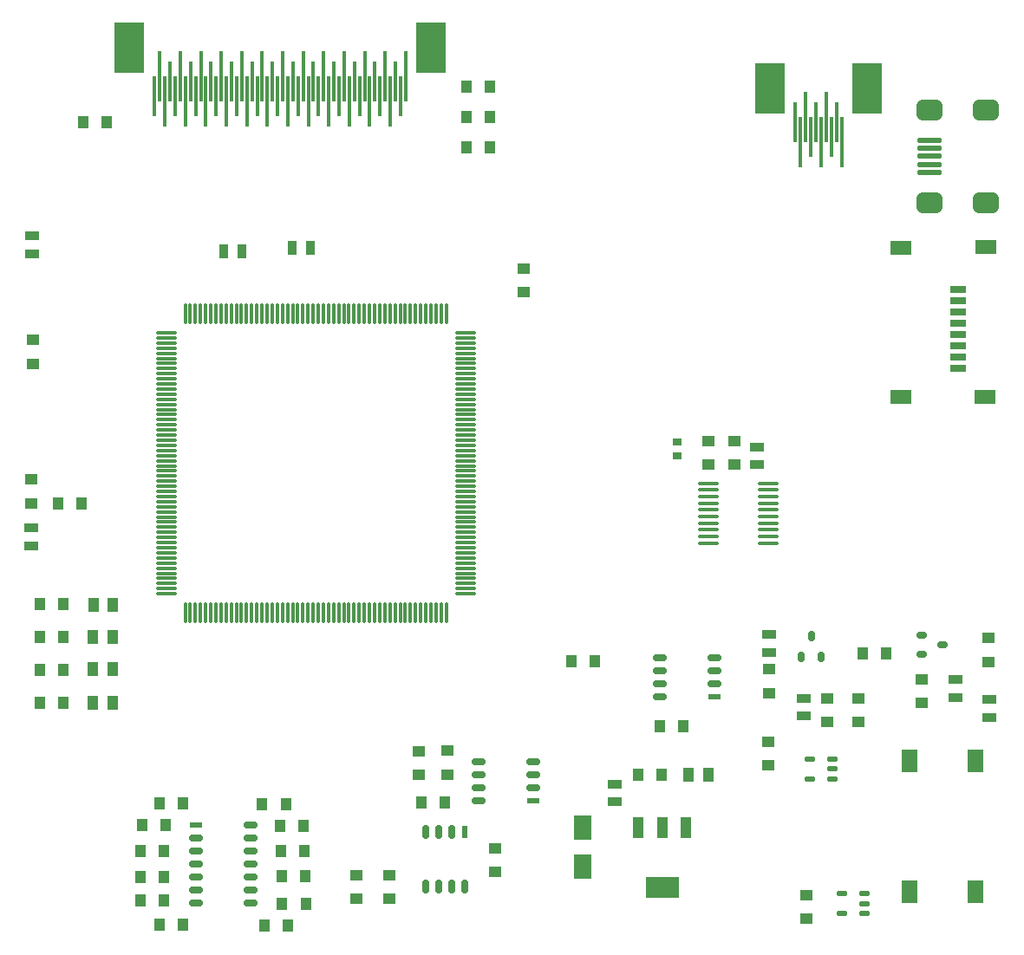
<source format=gtp>
G04 Layer_Color=8421504*
%FSLAX43Y43*%
%MOMM*%
G71*
G01*
G75*
%ADD10R,1.000X1.300*%
G04:AMPARAMS|DCode=11|XSize=1.321mm|YSize=0.61mm|CornerRadius=0.152mm|HoleSize=0mm|Usage=FLASHONLY|Rotation=180.000|XOffset=0mm|YOffset=0mm|HoleType=Round|Shape=RoundedRectangle|*
%AMROUNDEDRECTD11*
21,1,1.321,0.305,0,0,180.0*
21,1,1.016,0.610,0,0,180.0*
1,1,0.305,-0.508,0.152*
1,1,0.305,0.508,0.152*
1,1,0.305,0.508,-0.152*
1,1,0.305,-0.508,-0.152*
%
%ADD11ROUNDEDRECTD11*%
%ADD12R,1.270X0.610*%
%ADD13R,1.000X1.400*%
%ADD14R,1.600X2.200*%
G04:AMPARAMS|DCode=15|XSize=0.55mm|YSize=1mm|CornerRadius=0.138mm|HoleSize=0mm|Usage=FLASHONLY|Rotation=90.000|XOffset=0mm|YOffset=0mm|HoleType=Round|Shape=RoundedRectangle|*
%AMROUNDEDRECTD15*
21,1,0.550,0.725,0,0,90.0*
21,1,0.275,1.000,0,0,90.0*
1,1,0.275,0.362,0.138*
1,1,0.275,0.362,-0.138*
1,1,0.275,-0.362,-0.138*
1,1,0.275,-0.362,0.138*
%
%ADD15ROUNDEDRECTD15*%
G04:AMPARAMS|DCode=16|XSize=0.65mm|YSize=1mm|CornerRadius=0.163mm|HoleSize=0mm|Usage=FLASHONLY|Rotation=270.000|XOffset=0mm|YOffset=0mm|HoleType=Round|Shape=RoundedRectangle|*
%AMROUNDEDRECTD16*
21,1,0.650,0.675,0,0,270.0*
21,1,0.325,1.000,0,0,270.0*
1,1,0.325,-0.338,-0.163*
1,1,0.325,-0.338,0.163*
1,1,0.325,0.338,0.163*
1,1,0.325,0.338,-0.163*
%
%ADD16ROUNDEDRECTD16*%
%ADD17O,2.100X0.300*%
%ADD18O,0.300X2.100*%
%ADD19R,0.300X5.000*%
%ADD20R,3.000X5.000*%
%ADD21R,0.300X4.000*%
%ADD22R,1.500X0.800*%
%ADD23R,2.000X1.450*%
%ADD24O,2.100X0.350*%
%ADD25R,3.250X2.150*%
%ADD26R,1.000X2.150*%
%ADD27R,1.750X2.400*%
%ADD28R,0.850X1.400*%
%ADD29R,1.400X0.850*%
%ADD30R,1.300X1.000*%
%ADD31R,0.900X0.800*%
G04:AMPARAMS|DCode=32|XSize=2mm|YSize=2.5mm|CornerRadius=0.5mm|HoleSize=0mm|Usage=FLASHONLY|Rotation=270.000|XOffset=0mm|YOffset=0mm|HoleType=Round|Shape=RoundedRectangle|*
%AMROUNDEDRECTD32*
21,1,2.000,1.500,0,0,270.0*
21,1,1.000,2.500,0,0,270.0*
1,1,1.000,-0.750,-0.500*
1,1,1.000,-0.750,0.500*
1,1,1.000,0.750,0.500*
1,1,1.000,0.750,-0.500*
%
%ADD32ROUNDEDRECTD32*%
G04:AMPARAMS|DCode=33|XSize=0.5mm|YSize=2.3mm|CornerRadius=0.125mm|HoleSize=0mm|Usage=FLASHONLY|Rotation=270.000|XOffset=0mm|YOffset=0mm|HoleType=Round|Shape=RoundedRectangle|*
%AMROUNDEDRECTD33*
21,1,0.500,2.050,0,0,270.0*
21,1,0.250,2.300,0,0,270.0*
1,1,0.250,-1.025,-0.125*
1,1,0.250,-1.025,0.125*
1,1,0.250,1.025,0.125*
1,1,0.250,1.025,-0.125*
%
%ADD33ROUNDEDRECTD33*%
G04:AMPARAMS|DCode=34|XSize=0.65mm|YSize=1mm|CornerRadius=0.163mm|HoleSize=0mm|Usage=FLASHONLY|Rotation=0.000|XOffset=0mm|YOffset=0mm|HoleType=Round|Shape=RoundedRectangle|*
%AMROUNDEDRECTD34*
21,1,0.650,0.675,0,0,0.0*
21,1,0.325,1.000,0,0,0.0*
1,1,0.325,0.163,-0.338*
1,1,0.325,-0.163,-0.338*
1,1,0.325,-0.163,0.338*
1,1,0.325,0.163,0.338*
%
%ADD34ROUNDEDRECTD34*%
G04:AMPARAMS|DCode=35|XSize=1.321mm|YSize=0.61mm|CornerRadius=0.152mm|HoleSize=0mm|Usage=FLASHONLY|Rotation=270.000|XOffset=0mm|YOffset=0mm|HoleType=Round|Shape=RoundedRectangle|*
%AMROUNDEDRECTD35*
21,1,1.321,0.305,0,0,270.0*
21,1,1.016,0.610,0,0,270.0*
1,1,0.305,-0.152,-0.508*
1,1,0.305,-0.152,0.508*
1,1,0.305,0.152,0.508*
1,1,0.305,0.152,-0.508*
%
%ADD35ROUNDEDRECTD35*%
%ADD36R,0.610X1.270*%
D10*
X64300Y95050D02*
D03*
X66600D02*
D03*
X64150Y92550D02*
D03*
X66450D02*
D03*
X64100Y87675D02*
D03*
X66400D02*
D03*
X64125Y89975D02*
D03*
X66425D02*
D03*
X80075Y94950D02*
D03*
X77775D02*
D03*
X76025Y97100D02*
D03*
X78325D02*
D03*
X80150Y92550D02*
D03*
X77850D02*
D03*
X115050Y100000D02*
D03*
X112750D02*
D03*
X108525Y111025D02*
D03*
X106225Y111025D02*
D03*
X117125Y104675D02*
D03*
X114825D02*
D03*
X77975Y87350D02*
D03*
X80275D02*
D03*
X56050Y126475D02*
D03*
X58350D02*
D03*
X136975Y111775D02*
D03*
X134675D02*
D03*
X54275Y116600D02*
D03*
X56575D02*
D03*
X54275Y113408D02*
D03*
X56575D02*
D03*
X54275Y110217D02*
D03*
X56575D02*
D03*
X54275Y107025D02*
D03*
X56575D02*
D03*
X78525Y85225D02*
D03*
X76225D02*
D03*
X68325Y97150D02*
D03*
X66025D02*
D03*
X66000Y85275D02*
D03*
X68300D02*
D03*
X77900Y90025D02*
D03*
X80200D02*
D03*
X91550Y97250D02*
D03*
X93850D02*
D03*
X95975Y167200D02*
D03*
X98275D02*
D03*
X95975Y164250D02*
D03*
X98275D02*
D03*
X95975Y161300D02*
D03*
X98275D02*
D03*
X60822Y163725D02*
D03*
X58522D02*
D03*
D11*
X69583Y90005D02*
D03*
X69583Y88735D02*
D03*
Y87465D02*
D03*
Y93815D02*
D03*
X69583Y92545D02*
D03*
X74917Y88735D02*
D03*
X74917Y90005D02*
D03*
X74917Y87465D02*
D03*
Y93815D02*
D03*
Y95085D02*
D03*
X74917Y92545D02*
D03*
X69583Y91275D02*
D03*
X74917D02*
D03*
X114858Y107545D02*
D03*
X114858Y108815D02*
D03*
Y111355D02*
D03*
X114858Y110085D02*
D03*
X120192Y108815D02*
D03*
Y111355D02*
D03*
X120192Y110085D02*
D03*
X102467Y99985D02*
D03*
Y101255D02*
D03*
Y98715D02*
D03*
X97133Y99985D02*
D03*
Y101255D02*
D03*
Y98715D02*
D03*
Y97445D02*
D03*
D12*
X69583Y95085D02*
D03*
X120192Y107545D02*
D03*
X102467Y97445D02*
D03*
D13*
X119550Y100000D02*
D03*
X117650D02*
D03*
X59525Y116575D02*
D03*
X61425D02*
D03*
X59500Y113400D02*
D03*
X61400D02*
D03*
X59500Y110250D02*
D03*
X61400D02*
D03*
X59500Y107000D02*
D03*
X61400D02*
D03*
D14*
X145650Y101348D02*
D03*
X139250D02*
D03*
X145650Y88550D02*
D03*
X139250D02*
D03*
D15*
X131675Y99575D02*
D03*
X131675Y100525D02*
D03*
X131675Y101475D02*
D03*
X129475D02*
D03*
Y99575D02*
D03*
X134825Y86425D02*
D03*
X134825Y87375D02*
D03*
X134825Y88325D02*
D03*
X132625D02*
D03*
Y86425D02*
D03*
D16*
X142425Y112650D02*
D03*
X140425Y111700D02*
D03*
Y113600D02*
D03*
D17*
X95847Y143143D02*
D03*
Y142643D02*
D03*
Y142143D02*
D03*
Y141643D02*
D03*
Y141143D02*
D03*
Y140643D02*
D03*
Y140143D02*
D03*
Y139643D02*
D03*
Y139143D02*
D03*
Y138643D02*
D03*
Y138143D02*
D03*
Y137643D02*
D03*
Y137143D02*
D03*
Y136643D02*
D03*
Y136143D02*
D03*
Y135643D02*
D03*
Y135143D02*
D03*
Y134643D02*
D03*
Y134143D02*
D03*
Y133643D02*
D03*
Y133143D02*
D03*
Y132643D02*
D03*
Y132143D02*
D03*
Y131643D02*
D03*
Y131143D02*
D03*
Y130643D02*
D03*
Y130143D02*
D03*
Y129643D02*
D03*
Y129143D02*
D03*
Y128643D02*
D03*
Y128143D02*
D03*
Y127643D02*
D03*
Y127143D02*
D03*
Y126643D02*
D03*
Y126143D02*
D03*
Y125643D02*
D03*
Y125143D02*
D03*
Y124643D02*
D03*
Y124143D02*
D03*
Y123643D02*
D03*
Y123143D02*
D03*
Y122643D02*
D03*
Y122143D02*
D03*
Y121643D02*
D03*
Y121143D02*
D03*
Y120643D02*
D03*
Y120143D02*
D03*
Y119643D02*
D03*
Y119143D02*
D03*
Y118643D02*
D03*
Y118143D02*
D03*
Y117643D02*
D03*
X66647D02*
D03*
Y118143D02*
D03*
Y118643D02*
D03*
Y119143D02*
D03*
Y119643D02*
D03*
Y120143D02*
D03*
Y120643D02*
D03*
Y121143D02*
D03*
Y121643D02*
D03*
Y122143D02*
D03*
Y122643D02*
D03*
Y123143D02*
D03*
Y123643D02*
D03*
Y124143D02*
D03*
Y124643D02*
D03*
Y125143D02*
D03*
Y125643D02*
D03*
Y126143D02*
D03*
Y126643D02*
D03*
Y127143D02*
D03*
Y127643D02*
D03*
Y128143D02*
D03*
Y128643D02*
D03*
Y129143D02*
D03*
Y129643D02*
D03*
Y130143D02*
D03*
Y130643D02*
D03*
Y131143D02*
D03*
Y131643D02*
D03*
Y132143D02*
D03*
Y132643D02*
D03*
Y133143D02*
D03*
Y133643D02*
D03*
Y134143D02*
D03*
Y134643D02*
D03*
Y135143D02*
D03*
Y135643D02*
D03*
Y136143D02*
D03*
Y136643D02*
D03*
Y137143D02*
D03*
Y137643D02*
D03*
Y138143D02*
D03*
Y138643D02*
D03*
Y139143D02*
D03*
Y139643D02*
D03*
Y140143D02*
D03*
Y140643D02*
D03*
Y141143D02*
D03*
Y141643D02*
D03*
Y142143D02*
D03*
Y142643D02*
D03*
Y143143D02*
D03*
D18*
X93997Y115793D02*
D03*
X93497D02*
D03*
X92997D02*
D03*
X92497D02*
D03*
X91997D02*
D03*
X91497D02*
D03*
X90997D02*
D03*
X90497D02*
D03*
X89997D02*
D03*
X89497D02*
D03*
X88997D02*
D03*
X88497D02*
D03*
X87997D02*
D03*
X87497D02*
D03*
X86997D02*
D03*
X86497D02*
D03*
X85997D02*
D03*
X85497D02*
D03*
X84997D02*
D03*
X84497D02*
D03*
X83997D02*
D03*
X83497D02*
D03*
X82997D02*
D03*
X82497D02*
D03*
X81997D02*
D03*
X81497D02*
D03*
X80997D02*
D03*
X80497D02*
D03*
X79997D02*
D03*
X79497D02*
D03*
X78997D02*
D03*
X78497D02*
D03*
X77997D02*
D03*
X77497D02*
D03*
X76997D02*
D03*
X76497D02*
D03*
X75997D02*
D03*
X75497D02*
D03*
X74997D02*
D03*
X74497D02*
D03*
X73997D02*
D03*
X73497D02*
D03*
X72997D02*
D03*
X72497D02*
D03*
X71997D02*
D03*
X71497D02*
D03*
X70997D02*
D03*
X70497D02*
D03*
X69997D02*
D03*
X69497D02*
D03*
X68997D02*
D03*
X68497D02*
D03*
Y144993D02*
D03*
X68997D02*
D03*
X69497D02*
D03*
X69997D02*
D03*
X70497D02*
D03*
X70997D02*
D03*
X71497D02*
D03*
X71997D02*
D03*
X72497D02*
D03*
X72997D02*
D03*
X73497D02*
D03*
X73997D02*
D03*
X74497D02*
D03*
X74997D02*
D03*
X75497D02*
D03*
X75997D02*
D03*
X76497D02*
D03*
X76997D02*
D03*
X77497D02*
D03*
X77997D02*
D03*
X78497D02*
D03*
X78997D02*
D03*
X79497D02*
D03*
X79997D02*
D03*
X80497D02*
D03*
X80997D02*
D03*
X81497D02*
D03*
X81997D02*
D03*
X82497D02*
D03*
X82997D02*
D03*
X83497D02*
D03*
X83997D02*
D03*
X84497D02*
D03*
X84997D02*
D03*
X85497D02*
D03*
X85997D02*
D03*
X86497D02*
D03*
X86997D02*
D03*
X87497D02*
D03*
X87997D02*
D03*
X88497D02*
D03*
X88997D02*
D03*
X89497D02*
D03*
X89997D02*
D03*
X90497D02*
D03*
X90997D02*
D03*
X91497D02*
D03*
X91997D02*
D03*
X92497D02*
D03*
X92997D02*
D03*
X93497D02*
D03*
X93997D02*
D03*
D19*
X128600Y161750D02*
D03*
X129100Y164250D02*
D03*
X130600Y161750D02*
D03*
X131100Y164250D02*
D03*
X132600Y161750D02*
D03*
X66025Y168225D02*
D03*
X68025D02*
D03*
X70025D02*
D03*
X72025D02*
D03*
X74025D02*
D03*
X76025D02*
D03*
X78025D02*
D03*
X80025D02*
D03*
X82025D02*
D03*
X84025D02*
D03*
X86025D02*
D03*
X88025D02*
D03*
X90025D02*
D03*
X66525Y165725D02*
D03*
X68525D02*
D03*
X70525D02*
D03*
X72525D02*
D03*
X74525D02*
D03*
X76525D02*
D03*
X78525D02*
D03*
X80525D02*
D03*
X82525D02*
D03*
X84525D02*
D03*
X86525D02*
D03*
X88525D02*
D03*
D20*
X125600Y167000D02*
D03*
X135100D02*
D03*
X92525Y170975D02*
D03*
X63025D02*
D03*
D21*
X128100Y163750D02*
D03*
X129600Y162250D02*
D03*
X130100Y163750D02*
D03*
X131600Y162250D02*
D03*
X132100Y163750D02*
D03*
X65525Y166225D02*
D03*
X67025Y167725D02*
D03*
X67525Y166225D02*
D03*
X69525D02*
D03*
X71525D02*
D03*
X71025Y167725D02*
D03*
X69025D02*
D03*
X73025D02*
D03*
X73525Y166225D02*
D03*
X75025Y167725D02*
D03*
X75525Y166225D02*
D03*
X77025Y167725D02*
D03*
X77525Y166225D02*
D03*
X79025Y167725D02*
D03*
X79525Y166225D02*
D03*
X81025Y167725D02*
D03*
X81525Y166225D02*
D03*
X83025Y167725D02*
D03*
X83525Y166225D02*
D03*
X85025Y167725D02*
D03*
X85525Y166225D02*
D03*
X87025Y167725D02*
D03*
X87525Y166225D02*
D03*
X89025Y167725D02*
D03*
X89525Y166225D02*
D03*
D22*
X144000Y139700D02*
D03*
Y140800D02*
D03*
Y141900D02*
D03*
Y143000D02*
D03*
Y144100D02*
D03*
Y145200D02*
D03*
Y146300D02*
D03*
Y147400D02*
D03*
D23*
X146600Y136900D02*
D03*
X146700Y151500D02*
D03*
X138400Y151400D02*
D03*
Y136900D02*
D03*
D24*
X119625Y128450D02*
D03*
Y127800D02*
D03*
Y127150D02*
D03*
Y126500D02*
D03*
Y125850D02*
D03*
Y125200D02*
D03*
Y124550D02*
D03*
Y123900D02*
D03*
Y123250D02*
D03*
Y122600D02*
D03*
X125425Y128450D02*
D03*
Y127800D02*
D03*
Y127150D02*
D03*
Y126500D02*
D03*
Y125850D02*
D03*
Y125200D02*
D03*
Y124550D02*
D03*
Y123900D02*
D03*
Y123250D02*
D03*
Y122600D02*
D03*
D25*
X115075Y88950D02*
D03*
D26*
X112775Y94800D02*
D03*
X115075Y94800D02*
D03*
X117375Y94800D02*
D03*
D27*
X107275Y94775D02*
D03*
Y90975D02*
D03*
D28*
X80700Y151400D02*
D03*
X78950D02*
D03*
X74025Y151125D02*
D03*
X72275D02*
D03*
D29*
X53500Y124075D02*
D03*
X53500Y122325D02*
D03*
X53575Y152600D02*
D03*
X53575Y150850D02*
D03*
X124375Y130250D02*
D03*
Y132000D02*
D03*
X110475Y97300D02*
D03*
Y99050D02*
D03*
X143725Y109250D02*
D03*
Y107500D02*
D03*
X128900Y107450D02*
D03*
Y105700D02*
D03*
X147025Y107300D02*
D03*
Y105550D02*
D03*
X125525Y111925D02*
D03*
Y113675D02*
D03*
D30*
X53500Y128803D02*
D03*
X53500Y126503D02*
D03*
X53600Y142425D02*
D03*
Y140125D02*
D03*
X119600Y132550D02*
D03*
Y130250D02*
D03*
X122125Y132550D02*
D03*
Y130250D02*
D03*
X134225Y107425D02*
D03*
Y105125D02*
D03*
X129175Y88200D02*
D03*
Y85900D02*
D03*
X125475Y103200D02*
D03*
Y100900D02*
D03*
X131225Y105125D02*
D03*
Y107425D02*
D03*
X125500Y107950D02*
D03*
Y110250D02*
D03*
X98760Y92805D02*
D03*
Y90505D02*
D03*
X88410Y87880D02*
D03*
Y90180D02*
D03*
X85225Y90175D02*
D03*
Y87875D02*
D03*
X140450Y109275D02*
D03*
Y106975D02*
D03*
X146975Y111000D02*
D03*
Y113300D02*
D03*
X101550Y147125D02*
D03*
Y149425D02*
D03*
X94100Y102300D02*
D03*
Y100000D02*
D03*
X91325Y102275D02*
D03*
Y99975D02*
D03*
D31*
X116575Y131150D02*
D03*
Y132450D02*
D03*
D32*
X146675Y164875D02*
D03*
Y155875D02*
D03*
X141175Y164875D02*
D03*
Y155875D02*
D03*
D33*
Y161975D02*
D03*
Y161175D02*
D03*
Y159575D02*
D03*
Y158775D02*
D03*
Y160375D02*
D03*
D34*
X129625Y113475D02*
D03*
X130575Y111475D02*
D03*
X128675D02*
D03*
D35*
X93275Y94347D02*
D03*
X92005D02*
D03*
X94545D02*
D03*
X93275Y89013D02*
D03*
X92005D02*
D03*
X94545D02*
D03*
X95815D02*
D03*
D36*
Y94347D02*
D03*
M02*

</source>
